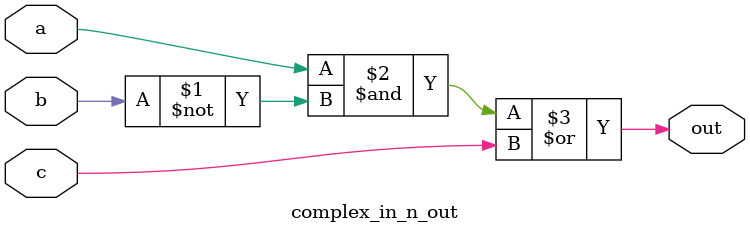
<source format=v>

module complex_in_n_out 
        (
            //inputs
            a,
            b,
            c,
            //out
            out
        );
    //port definitions
    
    input a;
    input b;
    input c;

    output out;

    //---- design implementation
    
    assign out = (a & ~b) | c;

endmodule

</source>
